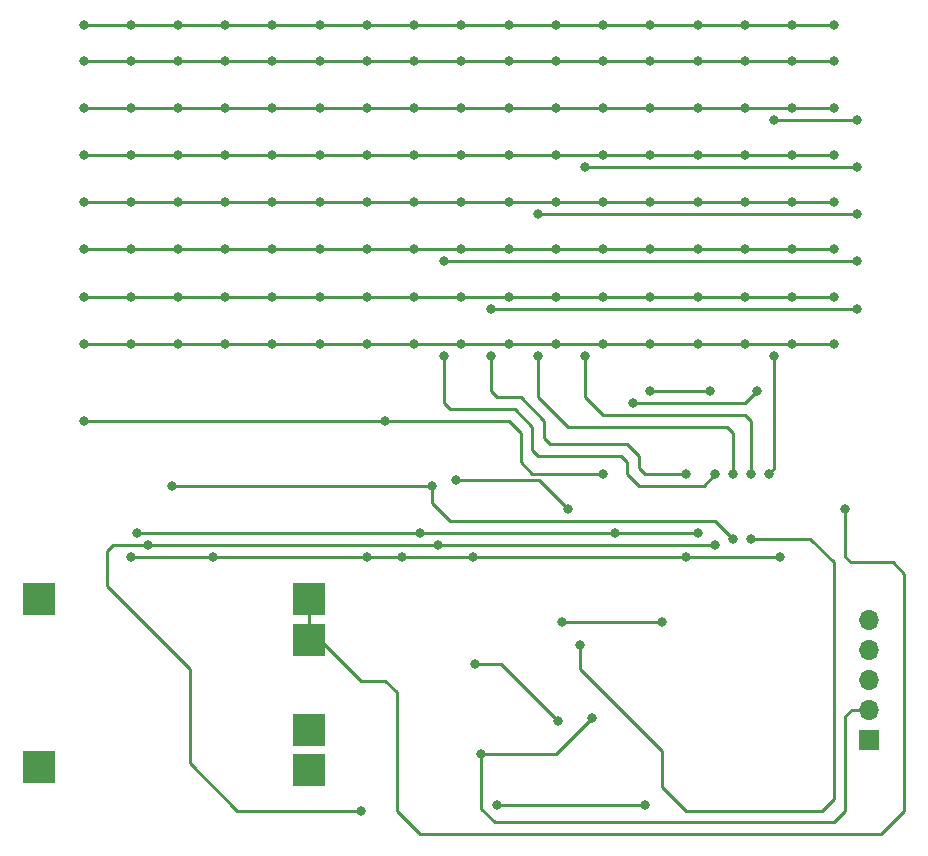
<source format=gbl>
G04 #@! TF.GenerationSoftware,KiCad,Pcbnew,(5.1.6)-1*
G04 #@! TF.CreationDate,2021-05-09T16:16:57+05:30*
G04 #@! TF.ProjectId,keychain,6b657963-6861-4696-9e2e-6b696361645f,rev?*
G04 #@! TF.SameCoordinates,Original*
G04 #@! TF.FileFunction,Copper,L2,Bot*
G04 #@! TF.FilePolarity,Positive*
%FSLAX46Y46*%
G04 Gerber Fmt 4.6, Leading zero omitted, Abs format (unit mm)*
G04 Created by KiCad (PCBNEW (5.1.6)-1) date 2021-05-09 16:16:57*
%MOMM*%
%LPD*%
G01*
G04 APERTURE LIST*
G04 #@! TA.AperFunction,ComponentPad*
%ADD10O,1.700000X1.700000*%
G04 #@! TD*
G04 #@! TA.AperFunction,ComponentPad*
%ADD11R,1.700000X1.700000*%
G04 #@! TD*
G04 #@! TA.AperFunction,ComponentPad*
%ADD12R,2.800000X2.800000*%
G04 #@! TD*
G04 #@! TA.AperFunction,ViaPad*
%ADD13C,0.800000*%
G04 #@! TD*
G04 #@! TA.AperFunction,Conductor*
%ADD14C,0.250000*%
G04 #@! TD*
G04 APERTURE END LIST*
D10*
X122000000Y-160840000D03*
X122000000Y-163380000D03*
X122000000Y-165920000D03*
X122000000Y-168460000D03*
D11*
X122000000Y-171000000D03*
D12*
X51700000Y-159100000D03*
X51700000Y-173300000D03*
X74600000Y-159100000D03*
X74600000Y-173600000D03*
X74600000Y-162600000D03*
X74600000Y-170200000D03*
D13*
X55500000Y-110500000D03*
X59500000Y-110500000D03*
X63500000Y-110500000D03*
X67500000Y-110500000D03*
X71500000Y-110500000D03*
X75500000Y-110500000D03*
X79500000Y-110500000D03*
X83500000Y-110500000D03*
X87500000Y-110500000D03*
X91500000Y-110500000D03*
X95500000Y-110500000D03*
X99500000Y-110500000D03*
X103500000Y-110500000D03*
X107500000Y-110500000D03*
X111500000Y-110500000D03*
X115500000Y-110500000D03*
X119000000Y-110500000D03*
X55500000Y-113500000D03*
X59500000Y-113500000D03*
X63500000Y-113500000D03*
X67500000Y-113500000D03*
X71500000Y-113500000D03*
X75500000Y-113500000D03*
X79500000Y-113500000D03*
X83500000Y-113500000D03*
X87500000Y-113500000D03*
X91500000Y-113500000D03*
X95500000Y-113500000D03*
X99500000Y-113500000D03*
X103500000Y-113500000D03*
X107500000Y-113500000D03*
X111500000Y-113500000D03*
X115500000Y-113500000D03*
X119000000Y-113500000D03*
X55500000Y-117500000D03*
X59500000Y-117500000D03*
X63500000Y-117500000D03*
X67500000Y-117500000D03*
X71500000Y-117500000D03*
X75500000Y-117500000D03*
X79500000Y-117500000D03*
X83500000Y-117500000D03*
X87500000Y-117500000D03*
X91500000Y-117500000D03*
X95500000Y-117500000D03*
X99500000Y-117500000D03*
X103500000Y-117500000D03*
X107500000Y-117500000D03*
X111500000Y-117500000D03*
X115500000Y-117500000D03*
X119000000Y-117500000D03*
X55500000Y-121500000D03*
X59500000Y-121500000D03*
X63500000Y-121500000D03*
X67500000Y-121500000D03*
X71500000Y-121500000D03*
X75500000Y-121500000D03*
X79500000Y-121500000D03*
X83500000Y-121500000D03*
X87500000Y-121500000D03*
X91500000Y-121500000D03*
X95500000Y-121500000D03*
X99500000Y-121500000D03*
X103500000Y-121500000D03*
X107500000Y-121500000D03*
X111500000Y-121500000D03*
X115500000Y-121500000D03*
X119000000Y-121500000D03*
X55500000Y-125500000D03*
X115500000Y-125500000D03*
X111500000Y-125500000D03*
X107500000Y-125500000D03*
X103500000Y-125500000D03*
X99500000Y-125500000D03*
X95500000Y-125500000D03*
X91500000Y-125500000D03*
X87500000Y-125500000D03*
X83500000Y-125500000D03*
X79500000Y-125500000D03*
X75500000Y-125500000D03*
X71500000Y-125500000D03*
X67500000Y-125500000D03*
X63500000Y-125500000D03*
X59500000Y-125500000D03*
X119000000Y-125500000D03*
X55500000Y-129500000D03*
X59500000Y-129500000D03*
X63500000Y-129500000D03*
X67500000Y-129500000D03*
X71500000Y-129500000D03*
X75500000Y-129500000D03*
X79500000Y-129500000D03*
X83500000Y-129500000D03*
X87500000Y-129500000D03*
X91500000Y-129500000D03*
X95500000Y-129500000D03*
X99500000Y-129500000D03*
X103500000Y-129500000D03*
X107500000Y-129500000D03*
X111500000Y-129500000D03*
X115500000Y-129500000D03*
X119000000Y-129500000D03*
X55500000Y-133500000D03*
X59500000Y-133500000D03*
X63500000Y-133500000D03*
X67500000Y-133500000D03*
X71500000Y-133500000D03*
X75500000Y-133500000D03*
X79500000Y-133500000D03*
X83500000Y-133500000D03*
X87500000Y-133500000D03*
X91500000Y-133500000D03*
X95500000Y-133500000D03*
X99500000Y-133500000D03*
X103500000Y-133500000D03*
X107500000Y-133500000D03*
X111500000Y-133500000D03*
X115500000Y-133500000D03*
X119000000Y-133500000D03*
X55500000Y-137500000D03*
X59500000Y-137500000D03*
X63500000Y-137500000D03*
X67500000Y-137500000D03*
X71500000Y-137500000D03*
X75500000Y-137500000D03*
X79500000Y-137500000D03*
X83500000Y-137500000D03*
X87500000Y-137500000D03*
X91500000Y-137500000D03*
X95500000Y-137500000D03*
X99500000Y-137500000D03*
X103500000Y-137500000D03*
X107500000Y-137500000D03*
X111500000Y-137500000D03*
X115500000Y-137500000D03*
X119000000Y-137500000D03*
X113500000Y-148500000D03*
X114000000Y-138500000D03*
X114000000Y-118500000D03*
X121000000Y-118500000D03*
X112000000Y-148500000D03*
X98000000Y-138500000D03*
X98000000Y-122500000D03*
X121000000Y-122500000D03*
X110500000Y-148500000D03*
X94000000Y-138500000D03*
X94000000Y-126500000D03*
X121000000Y-126500000D03*
X109000000Y-148500000D03*
X86000000Y-138500000D03*
X86000000Y-130500000D03*
X121000000Y-130500000D03*
X106500000Y-148500000D03*
X90000000Y-138500000D03*
X90000000Y-134500000D03*
X121000000Y-134500000D03*
X112500000Y-141500000D03*
X102000000Y-142500000D03*
X108500000Y-141500000D03*
X103500000Y-141500000D03*
X55500000Y-144000000D03*
X81000000Y-144000000D03*
X99500000Y-148500000D03*
X89154000Y-172228000D03*
X98552000Y-169180000D03*
X104500000Y-161000000D03*
X96000000Y-161000000D03*
X95640000Y-169420000D03*
X88640000Y-164620000D03*
X59500000Y-155500000D03*
X114500000Y-155500000D03*
X106500000Y-155500000D03*
X82500000Y-155500000D03*
X66500000Y-155500000D03*
X79500000Y-155500000D03*
X88500000Y-155500000D03*
X120000000Y-151500000D03*
X63000000Y-149500000D03*
X85000000Y-149500000D03*
X110500000Y-154000000D03*
X61000000Y-154500000D03*
X109000000Y-154500000D03*
X85500000Y-154500000D03*
X79000000Y-177000000D03*
X103000000Y-176500000D03*
X90500000Y-176500000D03*
X60000000Y-153500000D03*
X107500000Y-153500000D03*
X84000000Y-153500000D03*
X100500000Y-153500000D03*
X87000000Y-149000000D03*
X96525000Y-151475000D03*
X97500000Y-163000000D03*
X112000000Y-154000000D03*
D14*
X55500000Y-110500000D02*
X59500000Y-110500000D01*
X59500000Y-110500000D02*
X63500000Y-110500000D01*
X63500000Y-110500000D02*
X67500000Y-110500000D01*
X67500000Y-110500000D02*
X71500000Y-110500000D01*
X71500000Y-110500000D02*
X75500000Y-110500000D01*
X75500000Y-110500000D02*
X79500000Y-110500000D01*
X79500000Y-110500000D02*
X83500000Y-110500000D01*
X83500000Y-110500000D02*
X87500000Y-110500000D01*
X87500000Y-110500000D02*
X91500000Y-110500000D01*
X91500000Y-110500000D02*
X95500000Y-110500000D01*
X95500000Y-110500000D02*
X99500000Y-110500000D01*
X99500000Y-110500000D02*
X103500000Y-110500000D01*
X103500000Y-110500000D02*
X107500000Y-110500000D01*
X107500000Y-110500000D02*
X111500000Y-110500000D01*
X111500000Y-110500000D02*
X115500000Y-110500000D01*
X115500000Y-110500000D02*
X119000000Y-110500000D01*
X119000000Y-110500000D02*
X119000000Y-110500000D01*
X55500000Y-113500000D02*
X59500000Y-113500000D01*
X59500000Y-113500000D02*
X63500000Y-113500000D01*
X63500000Y-113500000D02*
X67500000Y-113500000D01*
X67500000Y-113500000D02*
X71500000Y-113500000D01*
X71500000Y-113500000D02*
X75500000Y-113500000D01*
X75500000Y-113500000D02*
X79500000Y-113500000D01*
X79500000Y-113500000D02*
X83500000Y-113500000D01*
X83500000Y-113500000D02*
X87500000Y-113500000D01*
X87500000Y-113500000D02*
X91500000Y-113500000D01*
X91500000Y-113500000D02*
X95500000Y-113500000D01*
X95500000Y-113500000D02*
X99500000Y-113500000D01*
X99500000Y-113500000D02*
X103500000Y-113500000D01*
X103500000Y-113500000D02*
X107500000Y-113500000D01*
X107500000Y-113500000D02*
X111500000Y-113500000D01*
X111500000Y-113500000D02*
X115500000Y-113500000D01*
X115500000Y-113500000D02*
X119000000Y-113500000D01*
X119000000Y-113500000D02*
X119000000Y-113500000D01*
X55500000Y-117500000D02*
X59500000Y-117500000D01*
X59500000Y-117500000D02*
X63500000Y-117500000D01*
X63500000Y-117500000D02*
X67500000Y-117500000D01*
X67500000Y-117500000D02*
X71500000Y-117500000D01*
X71500000Y-117500000D02*
X75500000Y-117500000D01*
X75500000Y-117500000D02*
X79500000Y-117500000D01*
X79500000Y-117500000D02*
X83500000Y-117500000D01*
X83500000Y-117500000D02*
X87500000Y-117500000D01*
X87500000Y-117500000D02*
X91500000Y-117500000D01*
X91500000Y-117500000D02*
X95500000Y-117500000D01*
X95500000Y-117500000D02*
X99500000Y-117500000D01*
X99500000Y-117500000D02*
X103500000Y-117500000D01*
X103500000Y-117500000D02*
X107500000Y-117500000D01*
X107500000Y-117500000D02*
X111500000Y-117500000D01*
X111500000Y-117500000D02*
X115500000Y-117500000D01*
X115500000Y-117500000D02*
X119000000Y-117500000D01*
X119000000Y-117500000D02*
X119000000Y-117500000D01*
X55500000Y-121500000D02*
X59500000Y-121500000D01*
X59500000Y-121500000D02*
X63500000Y-121500000D01*
X63500000Y-121500000D02*
X67500000Y-121500000D01*
X67500000Y-121500000D02*
X71500000Y-121500000D01*
X71500000Y-121500000D02*
X75500000Y-121500000D01*
X75500000Y-121500000D02*
X79500000Y-121500000D01*
X79500000Y-121500000D02*
X83500000Y-121500000D01*
X83500000Y-121500000D02*
X87500000Y-121500000D01*
X87500000Y-121500000D02*
X91500000Y-121500000D01*
X91500000Y-121500000D02*
X95500000Y-121500000D01*
X95500000Y-121500000D02*
X99500000Y-121500000D01*
X99500000Y-121500000D02*
X103500000Y-121500000D01*
X103500000Y-121500000D02*
X107500000Y-121500000D01*
X107500000Y-121500000D02*
X111500000Y-121500000D01*
X111500000Y-121500000D02*
X115500000Y-121500000D01*
X115500000Y-121500000D02*
X119000000Y-121500000D01*
X119000000Y-121500000D02*
X119000000Y-121500000D01*
X55500000Y-125500000D02*
X59500000Y-125500000D01*
X115500000Y-125500000D02*
X119000000Y-125500000D01*
X111500000Y-125500000D02*
X115500000Y-125500000D01*
X107500000Y-125500000D02*
X111500000Y-125500000D01*
X103500000Y-125500000D02*
X107500000Y-125500000D01*
X99500000Y-125500000D02*
X103500000Y-125500000D01*
X95500000Y-125500000D02*
X99500000Y-125500000D01*
X91500000Y-125500000D02*
X95500000Y-125500000D01*
X87500000Y-125500000D02*
X91500000Y-125500000D01*
X83500000Y-125500000D02*
X87500000Y-125500000D01*
X79500000Y-125500000D02*
X83500000Y-125500000D01*
X75500000Y-125500000D02*
X79500000Y-125500000D01*
X71500000Y-125500000D02*
X75500000Y-125500000D01*
X67500000Y-125500000D02*
X71500000Y-125500000D01*
X63500000Y-125500000D02*
X67500000Y-125500000D01*
X59500000Y-125500000D02*
X63500000Y-125500000D01*
X119000000Y-125500000D02*
X119000000Y-125500000D01*
X55500000Y-129500000D02*
X59500000Y-129500000D01*
X59500000Y-129500000D02*
X63500000Y-129500000D01*
X63500000Y-129500000D02*
X67500000Y-129500000D01*
X67500000Y-129500000D02*
X71500000Y-129500000D01*
X71500000Y-129500000D02*
X75500000Y-129500000D01*
X75500000Y-129500000D02*
X79500000Y-129500000D01*
X79500000Y-129500000D02*
X83500000Y-129500000D01*
X83500000Y-129500000D02*
X87500000Y-129500000D01*
X87500000Y-129500000D02*
X91500000Y-129500000D01*
X91500000Y-129500000D02*
X95500000Y-129500000D01*
X95500000Y-129500000D02*
X99500000Y-129500000D01*
X99500000Y-129500000D02*
X103500000Y-129500000D01*
X103500000Y-129500000D02*
X107500000Y-129500000D01*
X107500000Y-129500000D02*
X111500000Y-129500000D01*
X111500000Y-129500000D02*
X115500000Y-129500000D01*
X115500000Y-129500000D02*
X119000000Y-129500000D01*
X119000000Y-129500000D02*
X119000000Y-129500000D01*
X55500000Y-133500000D02*
X59500000Y-133500000D01*
X59500000Y-133500000D02*
X63500000Y-133500000D01*
X63500000Y-133500000D02*
X67500000Y-133500000D01*
X67500000Y-133500000D02*
X71500000Y-133500000D01*
X71500000Y-133500000D02*
X75500000Y-133500000D01*
X75500000Y-133500000D02*
X79500000Y-133500000D01*
X79500000Y-133500000D02*
X83500000Y-133500000D01*
X83500000Y-133500000D02*
X87500000Y-133500000D01*
X87500000Y-133500000D02*
X91500000Y-133500000D01*
X91500000Y-133500000D02*
X95500000Y-133500000D01*
X95500000Y-133500000D02*
X99500000Y-133500000D01*
X99500000Y-133500000D02*
X103500000Y-133500000D01*
X103500000Y-133500000D02*
X107500000Y-133500000D01*
X107500000Y-133500000D02*
X111500000Y-133500000D01*
X111500000Y-133500000D02*
X115500000Y-133500000D01*
X115500000Y-133500000D02*
X119000000Y-133500000D01*
X119000000Y-133500000D02*
X119000000Y-133500000D01*
X55500000Y-137500000D02*
X59500000Y-137500000D01*
X59500000Y-137500000D02*
X63500000Y-137500000D01*
X63500000Y-137500000D02*
X67500000Y-137500000D01*
X67500000Y-137500000D02*
X71500000Y-137500000D01*
X71500000Y-137500000D02*
X75500000Y-137500000D01*
X75500000Y-137500000D02*
X79500000Y-137500000D01*
X79500000Y-137500000D02*
X83500000Y-137500000D01*
X83500000Y-137500000D02*
X87500000Y-137500000D01*
X87500000Y-137500000D02*
X91500000Y-137500000D01*
X91500000Y-137500000D02*
X95500000Y-137500000D01*
X95500000Y-137500000D02*
X99500000Y-137500000D01*
X99500000Y-137500000D02*
X103500000Y-137500000D01*
X103500000Y-137500000D02*
X107500000Y-137500000D01*
X107500000Y-137500000D02*
X111500000Y-137500000D01*
X111500000Y-137500000D02*
X115500000Y-137500000D01*
X115500000Y-137500000D02*
X119000000Y-137500000D01*
X119000000Y-137500000D02*
X119000000Y-137500000D01*
X113500000Y-148500000D02*
X114000000Y-148000000D01*
X114000000Y-148000000D02*
X114000000Y-138500000D01*
X114000000Y-138500000D02*
X114000000Y-138500000D01*
X114000000Y-118500000D02*
X121000000Y-118500000D01*
X121000000Y-118500000D02*
X121000000Y-118500000D01*
X112000000Y-148500000D02*
X112000000Y-144000000D01*
X112000000Y-144000000D02*
X111500000Y-143500000D01*
X111500000Y-143500000D02*
X100500000Y-143500000D01*
X100500000Y-143500000D02*
X99500000Y-143500000D01*
X99500000Y-143500000D02*
X98000000Y-142000000D01*
X98000000Y-142000000D02*
X98000000Y-138500000D01*
X98000000Y-138500000D02*
X98000000Y-138500000D01*
X98000000Y-122500000D02*
X121000000Y-122500000D01*
X121000000Y-122500000D02*
X121000000Y-122500000D01*
X110500000Y-148500000D02*
X110500000Y-145000000D01*
X110500000Y-145000000D02*
X110000000Y-144500000D01*
X110000000Y-144500000D02*
X101500000Y-144500000D01*
X101500000Y-144500000D02*
X96500000Y-144500000D01*
X96500000Y-144500000D02*
X94000000Y-142000000D01*
X94000000Y-142000000D02*
X94000000Y-138500000D01*
X94000000Y-138500000D02*
X94000000Y-138500000D01*
X94000000Y-126500000D02*
X121000000Y-126500000D01*
X121000000Y-126500000D02*
X121000000Y-126500000D01*
X109000000Y-148500000D02*
X108000000Y-149500000D01*
X108000000Y-149500000D02*
X102500000Y-149500000D01*
X102500000Y-149500000D02*
X101500000Y-148500000D01*
X101500000Y-148500000D02*
X101500000Y-147500000D01*
X101500000Y-147500000D02*
X101000000Y-147000000D01*
X101000000Y-147000000D02*
X94000000Y-147000000D01*
X94000000Y-147000000D02*
X93500000Y-146500000D01*
X93500000Y-146500000D02*
X93500000Y-144500000D01*
X93500000Y-144500000D02*
X92000000Y-143000000D01*
X92000000Y-143000000D02*
X86500000Y-143000000D01*
X86500000Y-143000000D02*
X86000000Y-142500000D01*
X86000000Y-142500000D02*
X86000000Y-138500000D01*
X86000000Y-138500000D02*
X86000000Y-138500000D01*
X86000000Y-130500000D02*
X121000000Y-130500000D01*
X121000000Y-130500000D02*
X121000000Y-130500000D01*
X106500000Y-148500000D02*
X103000000Y-148500000D01*
X103000000Y-148500000D02*
X102500000Y-148000000D01*
X102500000Y-148000000D02*
X102500000Y-147000000D01*
X102500000Y-147000000D02*
X101500000Y-146000000D01*
X101500000Y-146000000D02*
X95000000Y-146000000D01*
X95000000Y-146000000D02*
X94500000Y-145500000D01*
X94500000Y-145500000D02*
X94500000Y-144000000D01*
X94500000Y-144000000D02*
X92500000Y-142000000D01*
X92500000Y-142000000D02*
X90500000Y-142000000D01*
X90500000Y-142000000D02*
X90000000Y-141500000D01*
X90000000Y-141500000D02*
X90000000Y-138500000D01*
X90000000Y-138500000D02*
X90000000Y-138500000D01*
X90000000Y-134500000D02*
X121000000Y-134500000D01*
X121000000Y-134500000D02*
X121000000Y-134500000D01*
X112500000Y-141500000D02*
X112500000Y-141500000D01*
X111500000Y-142500000D02*
X112500000Y-141500000D01*
X102000000Y-142500000D02*
X111500000Y-142500000D01*
X108500000Y-141500000D02*
X108500000Y-141500000D01*
X103500000Y-141500000D02*
X108500000Y-141500000D01*
X55500000Y-144000000D02*
X81000000Y-144000000D01*
X99500000Y-148500000D02*
X99500000Y-148500000D01*
X93500000Y-148500000D02*
X99500000Y-148500000D01*
X92500000Y-147500000D02*
X93500000Y-148500000D01*
X92500000Y-145000000D02*
X92500000Y-147500000D01*
X81000000Y-144000000D02*
X91500000Y-144000000D01*
X91500000Y-144000000D02*
X92500000Y-145000000D01*
X95504000Y-172228000D02*
X98552000Y-169180000D01*
X89154000Y-172228000D02*
X95504000Y-172228000D01*
X120540000Y-168460000D02*
X122000000Y-168460000D01*
X120000000Y-169000000D02*
X120540000Y-168460000D01*
X89154000Y-176846000D02*
X90308000Y-178000000D01*
X119000000Y-178000000D02*
X120000000Y-177000000D01*
X120000000Y-177000000D02*
X120000000Y-169000000D01*
X89154000Y-172228000D02*
X89154000Y-176846000D01*
X90308000Y-178000000D02*
X119000000Y-178000000D01*
X104500000Y-161000000D02*
X104500000Y-161000000D01*
X104500000Y-161000000D02*
X104500000Y-161000000D01*
X104500000Y-161000000D02*
X96000000Y-161000000D01*
X96000000Y-161000000D02*
X96000000Y-161000000D01*
X90840000Y-164620000D02*
X95640000Y-169420000D01*
X88640000Y-164620000D02*
X90840000Y-164620000D01*
X59500000Y-155500000D02*
X66500000Y-155500000D01*
X109073002Y-155500000D02*
X114500000Y-155500000D01*
X114500000Y-155500000D02*
X114500000Y-155500000D01*
X106500000Y-155500000D02*
X109073002Y-155500000D01*
X90500000Y-155500000D02*
X106500000Y-155500000D01*
X82500000Y-155500000D02*
X88500000Y-155500000D01*
X66500000Y-155500000D02*
X79500000Y-155500000D01*
X79500000Y-155500000D02*
X79500000Y-155500000D01*
X79500000Y-155500000D02*
X82500000Y-155500000D01*
X88500000Y-155500000D02*
X90500000Y-155500000D01*
X74600000Y-159100000D02*
X74600000Y-161600000D01*
X74600000Y-161600000D02*
X79000000Y-166000000D01*
X79000000Y-166000000D02*
X79573002Y-166000000D01*
X79573002Y-166000000D02*
X81000000Y-166000000D01*
X81000000Y-166000000D02*
X82000000Y-167000000D01*
X82000000Y-167000000D02*
X82000000Y-177000000D01*
X82000000Y-177000000D02*
X84000000Y-179000000D01*
X84000000Y-179000000D02*
X122000000Y-179000000D01*
X122000000Y-179000000D02*
X123000000Y-179000000D01*
X123000000Y-179000000D02*
X125000000Y-177000000D01*
X125000000Y-177000000D02*
X125000000Y-157000000D01*
X125000000Y-157000000D02*
X124000000Y-156000000D01*
X124000000Y-156000000D02*
X120500000Y-156000000D01*
X120500000Y-156000000D02*
X120000000Y-155500000D01*
X120000000Y-155500000D02*
X120000000Y-151500000D01*
X120000000Y-151500000D02*
X120000000Y-151500000D01*
X63000000Y-149500000D02*
X63000000Y-149500000D01*
X63000000Y-149500000D02*
X85000000Y-149500000D01*
X85000000Y-149500000D02*
X85000000Y-151000000D01*
X85000000Y-151000000D02*
X86500000Y-152500000D01*
X86500000Y-152500000D02*
X108073002Y-152500000D01*
X108073002Y-152500000D02*
X109000000Y-152500000D01*
X109000000Y-152500000D02*
X110500000Y-154000000D01*
X110500000Y-154000000D02*
X110500000Y-154000000D01*
X61000000Y-154500000D02*
X85500000Y-154500000D01*
X107573002Y-154500000D02*
X109000000Y-154500000D01*
X109000000Y-154500000D02*
X109000000Y-154500000D01*
X85500000Y-154500000D02*
X107573002Y-154500000D01*
X61000000Y-154500000D02*
X58000000Y-154500000D01*
X58000000Y-154500000D02*
X57500000Y-155000000D01*
X57500000Y-155000000D02*
X57500000Y-158000000D01*
X57500000Y-158000000D02*
X64500000Y-165000000D01*
X64500000Y-165000000D02*
X64500000Y-173000000D01*
X64500000Y-173000000D02*
X68500000Y-177000000D01*
X68500000Y-177000000D02*
X79000000Y-177000000D01*
X79000000Y-177000000D02*
X79000000Y-177000000D01*
X90500000Y-176500000D02*
X103000000Y-176500000D01*
X60000000Y-153500000D02*
X84000000Y-153500000D01*
X107500000Y-153500000D02*
X107500000Y-153500000D01*
X84000000Y-153500000D02*
X100500000Y-153500000D01*
X100500000Y-153500000D02*
X107500000Y-153500000D01*
X94050000Y-149000000D02*
X96525000Y-151475000D01*
X87000000Y-149000000D02*
X94050000Y-149000000D01*
X97500000Y-163000000D02*
X97500000Y-165000000D01*
X97500000Y-165000000D02*
X104500000Y-172000000D01*
X104500000Y-175000000D02*
X106500000Y-177000000D01*
X104500000Y-172000000D02*
X104500000Y-175000000D01*
X106500000Y-177000000D02*
X118000000Y-177000000D01*
X118000000Y-177000000D02*
X119000000Y-176000000D01*
X119000000Y-176000000D02*
X119000000Y-156000000D01*
X119000000Y-156000000D02*
X117000000Y-154000000D01*
X117000000Y-154000000D02*
X112000000Y-154000000D01*
X112000000Y-154000000D02*
X112000000Y-154000000D01*
M02*

</source>
